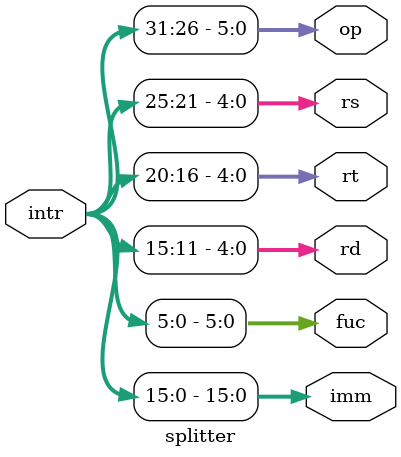
<source format=v>
`timescale 1ns / 1ps
module splitter(
    input [31:0] intr,
	 output [15:0] imm,
	 output [5:0] fuc,
	 output [4:0] rd,
	 output [4:0] rt,
	 output [4:0] rs,
	 output [5:0] op
    );
assign imm=intr[15:0];
assign fuc=intr[5:0];
assign rd=intr[15:11];
assign rt=intr[20:16];
assign rs=intr[25:21];
assign op=intr[31:26];
endmodule

</source>
